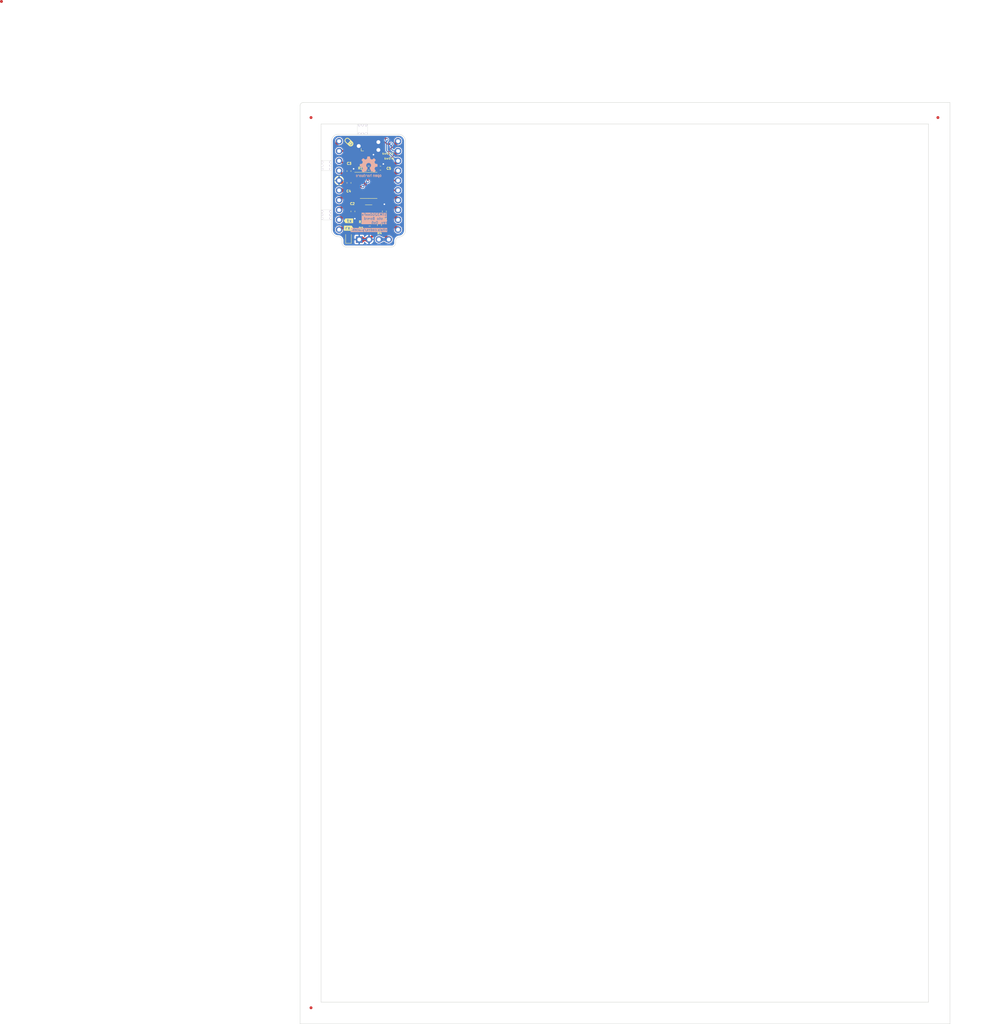
<source format=kicad_pcb>
(kicad_pcb (version 20220621) (generator pcbnew)
  (title_block (title "Placebo") (date "2022-08-06") (rev "0x5") (company "vitaly.codes"))
  (layers (0 "F.Cu" signal) (31 "B.Cu" power) (34 "B.Paste" user) (35 "F.Paste" user) (36 "B.SilkS" user "B.Silkscreen") (37 "F.SilkS" user "F.Silkscreen") (38 "B.Mask" user) (39 "F.Mask" user) (44 "Edge.Cuts" user))
  (net 0 "")
  (footprint "Resistor_SMD:R_0603_1608Metric" (layer "F.Cu") (at 95.169107 58.561441)
    (fp_text reference "R3" (at -2.286 0.0762) (layer "F.SilkS") (effects (font (size 0.6 0.6))))
    (fp_text value "DNP")
    (pad "1" smd roundrect (at -0.825 0) (size 0.8 0.95) (layers "F.Cu" "F.Paste" "F.Mask"))
    (pad "2" smd roundrect (at 0.825 0) (size 0.8 0.95) (layers "F.Cu" "F.Paste" "F.Mask"))
  )
  (footprint "kibuzzard-62FAD1FB" (layer "F.Cu") (at 89.689821 56.67047)
    (fp_text reference "kibuzzard-62FAD1FB" hide)
    (fp_text value "G***" hide)
  )
  (footprint "placebo:Mousebite" (layer "F.Cu") (at 93.331111 32.9438 -90)
    (fp_text reference "REF**" hide)
    (fp_text value "Mousebite")
    (fp_rect (start -1.2319 -1.2954) (end 1.3843 1.3208) (stroke (width 0.05)) (fill none) (layer "Edge.Cuts"))
    (pad "" thru_hole circle (at -0.9906 -0.889 270) (size 0.501 0.501) (drill 0.5) (layers *.Cu *.Mask))
    (pad "" thru_hole circle (at -0.9906 0 270) (size 0.501 0.501) (drill 0.5) (layers *.Cu *.Mask))
    (pad "" thru_hole circle (at -0.9906 0.889 270) (size 0.501 0.501) (drill 0.5) (layers *.Cu *.Mask))
    (pad "" thru_hole circle (at 1.143 -0.889 270) (size 0.501 0.501) (drill 0.5) (layers *.Cu *.Mask))
    (pad "" thru_hole circle (at 1.143 0 270) (size 0.501 0.501) (drill 0.5) (layers *.Cu *.Mask))
    (pad "" thru_hole circle (at 1.143 0.889 270) (size 0.501 0.501) (drill 0.5) (layers *.Cu *.Mask))
  )
  (footprint "LED_SMD:LED_0603_1608Metric" (layer "F.Cu") (at 89.682707 60.999841 90)
    (fp_text reference "D1" hide)
    (fp_text value "DNP")
    (pad "1" smd roundrect (at -0.7875 0 90) (size 0.875 0.95) (layers "F.Cu" "F.Paste" "F.Mask"))
    (pad "2" smd roundrect (at 0.7875 0 90) (size 0.875 0.95) (layers "F.Cu" "F.Paste" "F.Mask"))
  )
  (footprint "Capacitor_SMD:C_0603_1608Metric" (layer "F.Cu") (at 97.937707 43.067441)
    (fp_text reference "C5" (at 2.159 0.0762) (layer "F.SilkS") (effects (font (size 0.6 0.6))))
    (fp_text value "100nF")
    (pad "1" smd roundrect (at -0.775 0) (size 0.9 0.95) (layers "F.Cu" "F.Paste" "F.Mask"))
    (pad "2" smd roundrect (at 0.775 0) (size 0.9 0.95) (layers "F.Cu" "F.Paste" "F.Mask"))
  )
  (footprint "Capacitor_SMD:C_0603_1608Metric" (layer "F.Cu") (at 90.825707 54.243441 -90)
    (fp_text reference "C2" (at -1.9812 0.1524) (layer "F.SilkS") (effects (font (size 0.6 0.6))))
    (fp_text value "1uF")
    (pad "1" smd roundrect (at -0.775 0 270) (size 0.9 0.95) (layers "F.Cu" "F.Paste" "F.Mask"))
    (pad "2" smd roundrect (at 0.775 0 270) (size 0.9 0.95) (layers "F.Cu" "F.Paste" "F.Mask"))
  )
  (footprint "" (layer "F.Cu") (at 0 0)
    (fp_text reference "" (at 0 0) (layer "F.SilkS") (effects (font (size 1.27 1.27))))
    (fp_text value "" (at 0 0) (layer "F.SilkS") (effects (font (size 1.27 1.27))))
    (pad "" smd circle (at 0 0) (size 0.75 0.75) (layers "F.Cu" "F.Mask") (clearance 0.75))
  )
  (footprint "Fiducial:Fiducial_0.75mm_Mask2.25mm" (layer "F.Cu") (at 80 30)
    (fp_text reference "FID1000" hide)
    (fp_text value "Fiducial_0.75mm_Mask2.25mm")
    (pad "" smd circle (at 0 0) (size 0.75 0.75) (layers "F.Cu" "F.Mask") (clearance 0.75))
  )
  (footprint "Package_SO:TSSOP-20_4.4x6.5mm_P0.65mm" (layer "F.Cu") (at 94.889707 47.512441)
    (fp_text reference "U2" hide)
    (fp_text value "STM32G0xxFx")
    (pad "1" smd roundrect locked (at -2.8625 -2.925) (size 1.475 0.4) (layers "F.Cu" "F.Paste" "F.Mask"))
    (pad "2" smd roundrect locked (at -2.8625 -2.275) (size 1.475 0.4) (layers "F.Cu" "F.Paste" "F.Mask"))
    (pad "3" smd roundrect locked (at -2.8625 -1.625) (size 1.475 0.4) (layers "F.Cu" "F.Paste" "F.Mask"))
    (pad "4" smd roundrect locked (at -2.8625 -0.975) (size 1.475 0.4) (layers "F.Cu" "F.Paste" "F.Mask"))
    (pad "5" smd roundrect locked (at -2.8625 -0.325) (size 1.475 0.4) (layers "F.Cu" "F.Paste" "F.Mask"))
    (pad "6" smd roundrect locked (at -2.8625 0.325) (size 1.475 0.4) (layers "F.Cu" "F.Paste" "F.Mask"))
    (pad "7" smd roundrect locked (at -2.8625 0.975) (size 1.475 0.4) (layers "F.Cu" "F.Paste" "F.Mask"))
    (pad "8" smd roundrect locked (at -2.8625 1.625) (size 1.475 0.4) (layers "F.Cu" "F.Paste" "F.Mask"))
    (pad "9" smd roundrect locked (at -2.8625 2.275) (size 1.475 0.4) (layers "F.Cu" "F.Paste" "F.Mask"))
    (pad "10" smd roundrect locked (at -2.8625 2.925) (size 1.475 0.4) (layers "F.Cu" "F.Paste" "F.Mask"))
    (pad "11" smd roundrect locked (at 2.8625 2.925) (size 1.475 0.4) (layers "F.Cu" "F.Paste" "F.Mask"))
    (pad "12" smd roundrect locked (at 2.8625 2.275) (size 1.475 0.4) (layers "F.Cu" "F.Paste" "F.Mask"))
    (pad "13" smd roundrect locked (at 2.8625 1.625) (size 1.475 0.4) (layers "F.Cu" "F.Paste" "F.Mask"))
    (pad "14" smd roundrect locked (at 2.8625 0.975) (size 1.475 0.4) (layers "F.Cu" "F.Paste" "F.Mask"))
    (pad "15" smd roundrect locked (at 2.8625 0.325) (size 1.475 0.4) (layers "F.Cu" "F.Paste" "F.Mask"))
    (pad "16" smd roundrect locked (at 2.8625 -0.325) (size 1.475 0.4) (layers "F.Cu" "F.Paste" "F.Mask"))
    (pad "17" smd roundrect locked (at 2.8625 -0.975) (size 1.475 0.4) (layers "F.Cu" "F.Paste" "F.Mask"))
    (pad "18" smd roundrect locked (at 2.8625 -1.625) (size 1.475 0.4) (layers "F.Cu" "F.Paste" "F.Mask"))
    (pad "19" smd roundrect locked (at 2.8625 -2.275) (size 1.475 0.4) (layers "F.Cu" "F.Paste" "F.Mask"))
    (pad "20" smd roundrect locked (at 2.8625 -2.925) (size 1.475 0.4) (layers "F.Cu" "F.Paste" "F.Mask"))
  )
  (footprint "Resistor_SMD:R_0603_1608Metric" (layer "F.Cu") (at 95.169107 56.910441 180)
    (fp_text reference "R2" (at 2.2352 -0.0762) (layer "F.SilkS") (effects (font (size 0.6 0.6))))
    (fp_text value "DNP")
    (pad "1" smd roundrect (at -0.825 0 180) (size 0.8 0.95) (layers "F.Cu" "F.Paste" "F.Mask"))
    (pad "2" smd roundrect (at 0.825 0 180) (size 0.8 0.95) (layers "F.Cu" "F.Paste" "F.Mask"))
  )
  (footprint "placebo:Mousebite" (layer "F.Cu") (at 84.0232 42.4053 180)
    (fp_text reference "REF**" hide)
    (fp_text value "Mousebite")
    (fp_rect (start -1.2319 -1.2954) (end 1.3843 1.3208) (stroke (width 0.05)) (fill none) (layer "Edge.Cuts"))
    (pad "" thru_hole circle (at -0.9906 -0.889 180) (size 0.501 0.501) (drill 0.5) (layers *.Cu *.Mask))
    (pad "" thru_hole circle (at -0.9906 0 180) (size 0.501 0.501) (drill 0.5) (layers *.Cu *.Mask))
    (pad "" thru_hole circle (at -0.9906 0.889 180) (size 0.501 0.501) (drill 0.5) (layers *.Cu *.Mask))
    (pad "" thru_hole circle (at 1.143 -0.889 180) (size 0.501 0.501) (drill 0.5) (layers *.Cu *.Mask))
    (pad "" thru_hole circle (at 1.143 0 180) (size 0.501 0.501) (drill 0.5) (layers *.Cu *.Mask))
    (pad "" thru_hole circle (at 1.143 0.889 180) (size 0.501 0.501) (drill 0.5) (layers *.Cu *.Mask))
  )
  (footprint "kibuzzard-62FAD239" (layer "F.Cu") (at 89.728914 58.586841)
    (fp_text reference "kibuzzard-62FAD239" hide)
    (fp_text value "G***" hide)
  )
  (footprint "Capacitor_SMD:C_0603_1608Metric" (layer "F.Cu") (at 89.809707 43.829441 90)
    (fp_text reference "C3" (at 1.9558 0.0254) (layer "F.SilkS") (effects (font (size 0.6 0.6))))
    (fp_text value "100nF")
    (pad "1" smd roundrect (at -0.775 0 90) (size 0.9 0.95) (layers "F.Cu" "F.Paste" "F.Mask"))
    (pad "2" smd roundrect (at 0.775 0 90) (size 0.9 0.95) (layers "F.Cu" "F.Paste" "F.Mask"))
  )
  (footprint "Capacitor_SMD:C_0603_1608Metric" (layer "F.Cu") (at 98.953707 54.243441 90)
    (fp_text reference "C1" (at -2.1082 0.2032) (layer "F.SilkS") (effects (font (size 0.6 0.6))))
    (fp_text value "1uF")
    (pad "1" smd roundrect (at -0.775 0 90) (size 0.9 0.95) (layers "F.Cu" "F.Paste" "F.Mask"))
    (pad "2" smd roundrect (at 0.775 0 90) (size 0.9 0.95) (layers "F.Cu" "F.Paste" "F.Mask"))
  )
  (footprint "placebo:PlaceboConnect_Cutout" (layer "F.Cu") (at 95.016707 47.512441)
    (fp_text reference "U3" hide)
    (fp_text value "PlaceboConnect")
    (fp_line (start -9.728132 -11.43) (end -9.728132 11.506049) (stroke (width 0.1)) (layer "Edge.Cuts"))
    (fp_line (start -6.985 14.299986) (end -6.9862 14.83062) (stroke (width 0.1)) (layer "Edge.Cuts"))
    (fp_line (start -5.971468 15.897357) (end 5.763767 15.896675) (stroke (width 0.1)) (layer "Edge.Cuts"))
    (fp_line (start 6.830504 14.3256) (end 6.830504 14.881943) (stroke (width 0.1)) (layer "Edge.Cuts"))
    (fp_line (start 7.643353 -13.160118) (end -8.000932 -13.160118) (stroke (width 0.1)) (layer "Edge.Cuts"))
    (fp_line (start 9.370553 -11.432918) (end 9.37049 11.608457) (stroke (width 0.1)) (layer "Edge.Cuts"))
    (fp_arc (start -9.728132 -11.43) (mid -9.223279 -12.653201) (end -8.000932 -13.160118) (stroke (width 0.1)) (layer "Edge.Cuts"))
    (fp_arc (start -8.001 13.233249) (mid -9.222269 12.727338) (end -9.728132 11.506049) (stroke (width 0.1)) (layer "Edge.Cuts"))
    (fp_arc (start -8.000932 13.233249) (mid -7.264378 13.548916) (end -6.985 14.299986) (stroke (width 0.1)) (layer "Edge.Cuts"))
    (fp_arc (start -5.971468 15.897357) (mid -6.707607 15.581609) (end -6.9862 14.83062) (stroke (width 0.1)) (layer "Edge.Cuts"))
    (fp_arc (start 6.830504 14.3256) (mid 7.101764 13.6573) (end 7.747 13.335) (stroke (width 0.1)) (layer "Edge.Cuts"))
    (fp_arc (start 6.830504 14.881943) (mid 6.514753 15.61808) (end 5.763767 15.896675) (stroke (width 0.1)) (layer "Edge.Cuts"))
    (fp_arc (start 7.643353 -13.160118) (mid 8.864669 -12.654232) (end 9.370553 -11.432918) (stroke (width 0.1)) (layer "Edge.Cuts"))
    (fp_arc (start 9.37049 11.608457) (mid 8.900859 12.793422) (end 7.747 13.335) (stroke (width 0.1)) (layer "Edge.Cuts"))
    (pad "1" thru_hole circle locked (at -7.767 -11.41 180) (size 1.7 1.7) (drill 1) (layers *.Cu *.Mask))
    (pad "2" thru_hole oval locked (at -7.767 -8.87 180) (size 1.7 1.7) (drill 1) (layers *.Cu *.Mask))
    (pad "3" thru_hole oval locked (at -7.767 -6.33 180) (size 1.7 1.7) (drill 1) (layers *.Cu *.Mask))
    (pad "4" thru_hole oval locked (at -7.767 -3.79 180) (size 1.7 1.7) (drill 1) (layers *.Cu *.Mask))
    (pad "5" thru_hole oval locked (at -7.767 -1.25 180) (size 1.7 1.7) (drill 1) (layers *.Cu *.Mask))
    (pad "6" thru_hole oval locked (at -7.767 1.29 180) (size 1.7 1.7) (drill 1) (layers *.Cu *.Mask))
    (pad "7" thru_hole oval locked (at -7.767 3.83 180) (size 1.7 1.7) (drill 1) (layers *.Cu *.Mask))
    (pad "8" thru_hole oval locked (at -7.767 6.37 180) (size 1.7 1.7) (drill 1) (layers *.Cu *.Mask))
    (pad "9" thru_hole oval locked (at -7.767 8.91 180) (size 1.7 1.7) (drill 1) (layers *.Cu *.Mask))
    (pad "10" thru_hole oval locked (at -7.767 11.45 180) (size 1.7 1.7) (drill 1) (layers *.Cu *.Mask))
    (pad "11" thru_hole circle locked (at 7.473 11.45) (size 1.7 1.7) (drill 1) (layers *.Cu *.Mask))
    (pad "12" thru_hole oval locked (at 7.473 8.91) (size 1.7 1.7) (drill 1) (layers *.Cu *.Mask))
    (pad "13" thru_hole oval locked (at 7.473 6.37) (size 1.7 1.7) (drill 1) (layers *.Cu *.Mask))
    (pad "14" thru_hole oval locked (at 7.473 3.83) (size 1.7 1.7) (drill 1) (layers *.Cu *.Mask))
    (pad "15" thru_hole oval locked (at 7.473 1.29) (size 1.7 1.7) (drill 1) (layers *.Cu *.Mask))
    (pad "16" thru_hole oval locked (at 7.473 -1.25) (size 1.7 1.7) (drill 1) (layers *.Cu *.Mask))
    (pad "17" thru_hole oval locked (at 7.473 -3.79) (size 1.7 1.7) (drill 1) (layers *.Cu *.Mask))
    (pad "18" thru_hole oval locked (at 7.473 -6.33) (size 1.7 1.7) (drill 1) (layers *.Cu *.Mask))
    (pad "19" thru_hole oval locked (at 7.473 -8.87) (size 1.7 1.7) (drill 1) (layers *.Cu *.Mask))
    (pad "20" thru_hole oval locked (at 7.473 -11.41) (size 1.7 1.7) (drill 1) (layers *.Cu *.Mask))
    (pad "21" thru_hole rect locked (at -2.56 13.99 90) (size 1.7 1.7) (drill 1) (layers *.Cu *.Mask))
    (pad "22" thru_hole oval locked (at -0.02 13.99 90) (size 1.7 1.7) (drill 1) (layers *.Cu *.Mask))
    (pad "23" thru_hole oval locked (at 2.52 13.99 90) (size 1.7 1.7) (drill 1) (layers *.Cu *.Mask))
    (pad "24" thru_hole oval locked (at 5.06 13.99 90) (size 1.7 1.7) (drill 1) (layers *.Cu *.Mask))
  )
  (footprint "placebo:Tag-Connect_TC2030-IDC-NL_2x03_P1.27mm_Vertical" (layer "F.Cu") (at 94.864307 37.352441)
    (fp_text reference "J2" hide)
    (fp_text value "TagConnect")
    (pad "" np_thru_hole circle locked (at -2.54 0) (size 0.9906 0.9906) (drill 0.9906) (layers *.Cu *.Mask))
    (pad "" np_thru_hole circle locked (at 2.54 -1.016) (size 0.9906 0.9906) (drill 0.9906) (layers *.Cu *.Mask))
    (pad "" np_thru_hole circle locked (at 2.54 1.016) (size 0.9906 0.9906) (drill 0.9906) (layers *.Cu *.Mask))
    (pad "1" connect circle locked (at -1.27 0.635) (size 0.7874 0.7874) (layers "F.Cu" "F.Mask"))
    (pad "2" connect circle locked (at -1.27 -0.635) (size 0.7874 0.7874) (layers "F.Cu" "F.Mask"))
    (pad "3" connect circle locked (at 0 0.635) (size 0.7874 0.7874) (layers "F.Cu" "F.Mask"))
    (pad "4" connect circle locked (at 0 -0.635) (size 0.7874 0.7874) (layers "F.Cu" "F.Mask"))
    (pad "5" connect circle locked (at 1.27 0.635) (size 0.7874 0.7874) (layers "F.Cu" "F.Mask"))
    (pad "6" connect circle locked (at 1.27 -0.635) (size 0.7874 0.7874) (layers "F.Cu" "F.Mask"))
  )
  (footprint "LOGO" (layer "F.Cu") (at 89.809707 36.336441 8)
    (fp_text reference "LOGO1" hide)
    (fp_text value "LOGO" hide)
  )
  (footprint "Fiducial:Fiducial_0.5mm_Mask1.5mm" (layer "F.Cu") (at 96.413707 41.162441)
    (fp_text reference "FID1" hide)
    (fp_text value "Fiducial")
    (pad "" smd circle (at 0 0) (size 0.5 0.5) (layers "F.Cu" "F.Mask") (clearance 0.5))
  )
  (footprint "Package_TO_SOT_SMD:TSOT-23-5_HandSoldering" (layer "F.Cu") (at 94.889707 54.116441 180)
    (fp_text reference "U1" hide)
    (fp_text value "AP7370-33W5-7")
    (pad "1" smd rect locked (at -1.71 -0.95 180) (size 2 0.65) (layers "F.Cu" "F.Paste" "F.Mask"))
    (pad "2" smd rect locked (at -1.71 0 180) (size 2 0.65) (layers "F.Cu" "F.Paste" "F.Mask"))
    (pad "3" smd rect locked (at -1.71 0.95 180) (size 2 0.65) (layers "F.Cu" "F.Paste" "F.Mask"))
    (pad "4" smd rect locked (at 1.71 0.95 180) (size 2 0.65) (layers "F.Cu" "F.Paste" "F.Mask"))
    (pad "5" smd rect locked (at 1.71 -0.95 180) (size 2 0.65) (layers "F.Cu" "F.Paste" "F.Mask"))
  )
  (footprint "Resistor_SMD:R_0603_1608Metric" (layer "F.Cu") (at 97.683707 57.723241 90)
    (fp_text reference "R4" (at -2.1336 0.0254) (layer "F.SilkS") (effects (font (size 0.6 0.6) (thickness 0.15) bold)))
    (fp_text value "DNP")
    (pad "1" smd roundrect (at -0.825 0 90) (size 0.8 0.95) (layers "F.Cu" "F.Paste" "F.Mask"))
    (pad "2" smd roundrect (at 0.825 0 90) (size 0.8 0.95) (layers "F.Cu" "F.Paste" "F.Mask"))
  )
  (footprint "Fiducial:Fiducial_0.75mm_Mask2.25mm" (layer "F.Cu") (at 242 30)
    (fp_text reference "REF**" hide)
    (fp_text value "Fiducial_0.75mm_Mask2.25mm")
    (pad "" smd circle (at 0 0) (size 0.75 0.75) (layers "F.Cu" "F.Mask") (clearance 0.75))
  )
  (footprint "Capacitor_SMD:C_0603_1608Metric" (layer "F.Cu") (at 89.809707 46.877441 -90)
    (fp_text reference "C4" (at 2.1336 0.0762) (layer "F.SilkS") (effects (font (size 0.6 0.6))))
    (fp_text value "10uF")
    (pad "1" smd roundrect (at -0.775 0 270) (size 0.9 0.95) (layers "F.Cu" "F.Paste" "F.Mask"))
    (pad "2" smd roundrect (at 0.775 0 270) (size 0.9 0.95) (layers "F.Cu" "F.Paste" "F.Mask"))
  )
  (footprint "Resistor_SMD:R_0603_1608Metric" (layer "F.Cu") (at 94.889707 43.067441 180)
    (fp_text reference "R1" (at 2.159 -0.0508) (layer "F.SilkS") (effects (font (size 0.6 0.6))))
    (fp_text value "10K")
    (pad "1" smd roundrect (at -0.825 0 180) (size 0.8 0.95) (layers "F.Cu" "F.Paste" "F.Mask"))
    (pad "2" smd roundrect (at 0.825 0 180) (size 0.8 0.95) (layers "F.Cu" "F.Paste" "F.Mask"))
  )
  (footprint "placebo:Mousebite" (layer "F.Cu") (at 84.0232 55.1434 180)
    (fp_text reference "REF**" hide)
    (fp_text value "Mousebite")
    (fp_rect (start -1.2319 -1.2954) (end 1.3843 1.3208) (stroke (width 0.05)) (fill none) (layer "Edge.Cuts"))
    (pad "" thru_hole circle (at -0.9906 -0.889 180) (size 0.501 0.501) (drill 0.5) (layers *.Cu *.Mask))
    (pad "" thru_hole circle (at -0.9906 0 180) (size 0.501 0.501) (drill 0.5) (layers *.Cu *.Mask))
    (pad "" thru_hole circle (at -0.9906 0.889 180) (size 0.501 0.501) (drill 0.5) (layers *.Cu *.Mask))
    (pad "" thru_hole circle (at 1.143 -0.889 180) (size 0.501 0.501) (drill 0.5) (layers *.Cu *.Mask))
    (pad "" thru_hole circle (at 1.143 0 180) (size 0.501 0.501) (drill 0.5) (layers *.Cu *.Mask))
    (pad "" thru_hole circle (at 1.143 0.889 180) (size 0.501 0.501) (drill 0.5) (layers *.Cu *.Mask))
  )
  (footprint "Fiducial:Fiducial_0.75mm_Mask2.25mm" (layer "F.Cu") (at 80 260)
    (fp_text reference "REF**" hide)
    (fp_text value "Fiducial_0.75mm_Mask2.25mm")
    (pad "" smd circle (at 0 0) (size 0.75 0.75) (layers "F.Cu" "F.Mask") (clearance 0.75))
  )
  (footprint "Symbol:OSHW-Logo2_7.3x6mm_SilkScreen" (layer "B.Cu") (at 94.889707 42.813441 180)
    (fp_text reference "REF**" hide)
    (fp_text value "OSHW-Logo2_7.3x6mm_SilkScreen" hide)
  )
  (gr_circle (center 87.244307 46.267841) (end 88.396023 46.267841) (stroke (width 0.1)) (fill none) (layer "F.SilkS"))
  (gr_line (start 77.1652 264.16) (end 77.1652 26.924) (stroke (width 0.1)) (layer "Edge.Cuts"))
  (gr_line (start 82.6008 31.6484) (end 239.5474 31.6484) (stroke (width 0.1)) (layer "Edge.Cuts"))
  (gr_line (start 245.11 26.1112) (end 245.11 264.16) (stroke (width 0.1)) (layer "Edge.Cuts"))
  (gr_line (start 245.11 264.16) (end 77.1652 264.16) (stroke (width 0.1)) (layer "Edge.Cuts"))
  (gr_line (start 77.978 26.1112) (end 245.11 26.1112) (stroke (width 0.1)) (layer "Edge.Cuts"))
  (gr_line (start 239.5474 31.6484) (end 239.5474 258.5466) (stroke (width 0.1)) (layer "Edge.Cuts"))
  (gr_line (start 82.6008 258.5466) (end 82.6008 31.6484) (stroke (width 0.1)) (layer "Edge.Cuts"))
  (gr_line (start 239.5474 258.5466) (end 82.6008 258.5466) (stroke (width 0.1)) (layer "Edge.Cuts"))
  (gr_arc (start 77.1652 26.924) (mid 77.403264 26.349264) (end 77.978 26.1112) (stroke (width 0.1)) (layer "Edge.Cuts"))
  (gr_text "vitaly.codes/placebo" (at 94.940507 58.993241) (layer "B.SilkS" knockout) (effects (font (size 0.6 0.6) (thickness 0.1)) (justify mirror)))
  (gr_text "STM32G0xxFx \nProto Board\nrev. 0x6" (at 99.664907 56.097641) (layer "B.SilkS" knockout) (effects (font (size 0.65 0.65) (thickness 0.1)) (justify left mirror)))
  (gr_text "swdio\n" (at 100.147507 40.527441) (layer "F.SilkS") (effects (font (size 0.6 0.6) (thickness 0.1))))
  (gr_text "swdclk\n" (at 99.868107 39.257441) (layer "F.SilkS") (effects (font (size 0.6 0.6) (thickness 0.1))))
  (segment (start 101.09326 44.102888) (end 99.455153 45.740995) (width 0.25) (layer "F.Cu") (net 0))
  (segment (start 89.424065 39.278199) (end 93.041461 42.895595) (width 0.25) (layer "F.Cu") (net 0))
  (segment (start 99.1166 49.787441) (end 97.752207 49.787441) (width 0.25) (layer "F.Cu") (net 0))
  (segment (start 99.104154 44.440994) (end 99.950261 43.594887) (width 0.25) (layer "F.Cu") (net 0))
  (segment (start 93.596621 37.989755) (end 93.594307 37.987441) (width 0.25) (layer "F.Cu") (net 0))
  (segment (start 94.104371 50.939377) (end 93.592243 51.451505) (width 0.5) (layer "F.Cu") (net 0))
  (segment (start 89.857153 48.782441) (end 87.269707 48.782441) (width 0.25) (layer "F.Cu") (net 0))
  (segment (start 102.509707 53.852441) (end 101.132153 52.474887) (width 0.25) (layer "F.Cu") (net 0))
  (segment (start 94.866621 37.989755) (end 94.864307 37.987441) (width 0.25) (layer "F.Cu") (net 0))
  (segment (start 101.239707 42.629548) (end 101.239707 43.749334) (width 0.25) (layer "F.Cu") (net 0))
  (segment (start 99.5946 48.487441) (end 97.752207 48.487441) (width 0.25) (layer "F.Cu") (net 0))
  (segment (start 91.308307 55.501041) (end 90.825707 55.018441) (width 0.5) (layer "F.Cu") (net 0))
  (segment (start 87.249707 53.882441) (end 88.287771 52.844377) (width 0.25) (layer "F.Cu") (net 0))
  (segment (start 87.4436 46.242441) (end 87.269707 46.242441) (width 0.5) (layer "F.Cu") (net 0))
  (segment (start 99.129443 60.555177) (end 100.076707 61.502441) (width 0.5) (layer "F.Cu") (net 0))
  (segment (start 92.732871 58.737177) (end 89.682707 61.787341) (width 0.25) (layer "F.Cu") (net 0))
  (segment (start 90.812707 43.054441) (end 91.003507 43.245241) (width 0.5) (layer "F.Cu") (net 0))
  (segment (start 88.639243 51.603905) (end 90.929971 49.313177) (width 0.25) (layer "F.Cu") (net 0))
  (segment (start 92.070307 56.424369) (end 92.070307 57.576213) (width 0.25) (layer "F.Cu") (net 0))
  (segment (start 90.431707 47.652441) (end 89.809707 47.652441) (width 0.4) (layer "F.Cu") (net 0))
  (segment (start 88.463507 52.420113) (end 88.463507 52.028169) (width 0.25) (layer "F.Cu") (net 0))
  (segment (start 98.694707 41.995441) (end 98.712707 42.013441) (width 0.25) (layer "F.Cu") (net 0))
  (segment (start 95.714707 43.067441) (end 95.071646 42.42438) (width 0.25) (layer "F.Cu") (net 0))
  (segment (start 102.509707 58.932441) (end 100.047633 56.470367) (width 0.25) (layer "F.Cu") (net 0))
  (segment (start 87.249707 43.722441) (end 87.955971 44.428705) (width 0.5) (layer "F.Cu") (net 0))
  (segment (start 88.488907 43.022135) (end 88.488907 42.249169) (width 0.25) (layer "F.Cu") (net 0))
  (segment (start 89.424065 39.264804) (end 89.424065 39.278199) (width 0.25) (layer "F.Cu") (net 0))
  (segment (start 93.354407 47.842641) (end 92.032407 47.842641) (width 0.25) (layer "F.Cu") (net 0))
  (segment (start 87.269707 58.942441) (end 87.752307 58.942441) (width 0.25) (layer "F.Cu") (net 0))
  (segment (start 94.830794 35.049154) (end 93.804427 36.075521) (width 0.25) (layer "F.Cu") (net 0))
  (segment (start 98.953707 55.018441) (end 98.905707 55.066441) (width 0.25) (layer "F.Cu") (net 0))
  (segment (start 94.836843 45.253905) (end 95.538971 44.551777) (width 0.25) (layer "F.Cu") (net 0))
  (segment (start 94.280107 47.684769) (end 94.280107 50.515113) (width 0.5) (layer "F.Cu") (net 0))
  (segment (start 90.55226 44.093918) (end 90.433788 43.975446) (width 0.25) (layer "F.Cu") (net 0))
  (segment (start 89.174707 54.248913) (end 89.174707 52.167869) (width 0.25) (layer "F.Cu") (net 0))
  (segment (start 91.308307 56.123041) (end 91.308307 55.501041) (width 0.5) (layer "F.Cu") (net 0))
  (segment (start 93.100707 45.237441) (end 92.027207 45.237441) (width 0.25) (layer "F.Cu") (net 0))
  (segment (start 100.985707 52.121334) (end 100.985707 50.831048) (width 0.25) (layer "F.Cu") (net 0))
  (segment (start 89.835107 56.611113) (end 89.835107 52.586969) (width 0.25) (layer "F.Cu") (net 0))
  (segment (start 100.477707 54.153334) (end 100.477707 51.148548) (width 0.25) (layer "F.Cu") (net 0))
  (segment (start 97.752207 44.587441) (end 98.7506 44.587441) (width 0.25) (layer "F.Cu") (net 0))
  (segment (start 93.888971 46.029777) (end 93.381307 46.537441) (width 0.25) (layer "F.Cu") (net 0))
  (segment (start 92.027207 44.587441) (end 92.027207 43.285048) (width 0.25) (layer "F.Cu") (net 0))
  (segment (start 93.596621 42.309406) (end 93.596621 37.989755) (width 0.25) (layer "F.Cu") (net 0))
  (segment (start 97.162707 43.067441) (end 95.714707 43.067441) (width 0.25) (layer "F.Cu") (net 0))
  (segment (start 98.8626 45.237441) (end 97.752207 45.237441) (width 0.25) (layer "F.Cu") (net 0))
  (segment (start 95.903354 58.652194) (end 95.994107 58.561441) (width 0.5) (layer "F.Cu") (net 0))
  (segment (start 93.381307 46.537441) (end 94.104371 47.260505) (width 0.5) (layer "F.Cu") (net 0))
  (segment (start 100.706307 36.844441) (end 100.318397 36.844441) (width 0.25) (layer "F.Cu") (net 0))
  (segment (start 98.712707 42.013441) (end 98.712707 43.067441) (width 0.5) (layer "F.Cu") (net 0))
  (segment (start 88.313171 41.824905) (end 87.797153 41.308887) (width 0.25) (layer "F.Cu") (net 0))
  (segment (start 93.187907 43.249148) (end 93.187907 45.150241) (width 0.25) (layer "F.Cu") (net 0))
  (segment (start 89.350443 51.743605) (end 91.160161 49.933887) (width 0.25) (layer "F.Cu") (net 0))
  (segment (start 90.825707 52.891769) (end 90.825707 53.468441) (width 0.5) (layer "F.Cu") (net 0))
  (segment (start 102.509707 41.152441) (end 101.386153 42.275995) (width 0.25) (layer "F.Cu") (net 0))
  (segment (start 88.491753 38.622441) (end 87.269707 38.622441) (width 0.25) (layer "F.Cu") (net 0))
  (segment (start 87.752307 58.942441) (end 89.659371 57.035377) (width 0.25) (layer "F.Cu") (net 0))
  (segment (start 95.118307 53.602969) (end 95.118307 55.742041) (width 0.25) (layer "F.Cu") (net 0))
  (segment (start 93.167979 51.627241) (end 92.090235 51.627241) (width 0.5) (layer "F.Cu") (net 0))
  (segment (start 93.179707 55.066441) (end 93.179707 54.813969) (width 0.5) (layer "F.Cu") (net 0))
  (segment (start 100.292643 48.013177) (end 100.906171 48.626705) (width 0.25) (layer "F.Cu") (net 0))
  (segment (start 89.809707 44.604441) (end 88.380235 44.604441) (width 0.5) (layer "F.Cu") (net 0))
  (segment (start 90.862813 47.983888) (end 90.210706 48.635995) (width 0.25) (layer "F.Cu") (net 0))
  (segment (start 97.683707 58.548241) (end 98.353707 58.548241) (width 0.25) (layer "F.Cu") (net 0))
  (segment (start 99.979707 61.482441) (end 97.444707 61.482441) (width 0.5) (layer "F.Cu") (net 0))
  (segment (start 97.774758 35.320441) (end 96.119456 35.320441) (width 0.25) (layer "F.Cu") (net 0))
  (segment (start 99.1016 45.887441) (end 97.752207 45.887441) (width 0.25) (layer "F.Cu") (net 0))
  (segment (start 99.4576 46.537441) (end 97.752207 46.537441) (width 0.25) (layer "F.Cu") (net 0))
  (segment (start 100.663187 40.666068) (end 100.663187 43.436854) (width 0.25) (layer "F.Cu") (net 0))
  (segment (start 85.872707 39.094492) (end 85.872707 37.76939) (width 0.25) (layer "F.Cu") (net 0))
  (segment (start 100.343443 47.011705) (end 100.916971 46.438177) (width 0.25) (layer "F.Cu") (net 0))
  (segment (start 99.2921 49.137441) (end 97.752207 49.137441) (width 0.25) (layer "F.Cu") (net 0))
  (segment (start 87.269707 56.402441) (end 88.998971 54.673177) (width 0.25) (layer "F.Cu") (net 0))
  (segment (start 95.811335 56.910441) (end 95.994107 56.910441) (width 0.25) (layer "F.Cu") (net 0))
  (segment (start 100.83926 50.477494) (end 99.645653 49.283887) (width 0.25) (layer "F.Cu") (net 0))
  (segment (start 88.549834 39.892441) (end 86.670656 39.892441) (width 0.25) (layer "F.Cu") (net 0))
  (segment (start 93.003971 54.389705) (end 92.931843 54.317577) (width 0.5) (layer "F.Cu") (net 0))
  (segment (start 93.794345 36.085812) (end 93.788273 36.092139) (width 0.25) (layer "F.Cu") (net 0))
  (segment (start 92.027207 47.837441) (end 91.216367 47.837441) (width 0.25) (layer "F.Cu") (net 0))
  (segment (start 98.953707 53.468441) (end 98.452153 53.969995) (width 0.5) (layer "F.Cu") (net 0))
  (segment (start 90.080235 43.829) (end 89.203573 43.829) (width 0.25) (layer "F.Cu") (net 0))
  (segment (start 94.996707 61.502441) (end 95.729971 60.769177) (width 0.5) (layer "F.Cu") (net 0))
  (segment (start 90.95926 45.740994) (end 90.845153 45.626887) (width 0.25) (layer "F.Cu") (net 0))
  (segment (start 91.894571 58.000477) (end 89.682707 60.212341) (width 0.25) (layer "F.Cu") (net 0))
  (segment (start 91.513714 49.787441) (end 92.027207 49.787441) (width 0.25) (layer "F.Cu") (net 0))
  (segment (start 100.096707 43.241334) (end 100.096707 38.81079) (width 0.25) (layer "F.Cu") (net 0))
  (segment (start 94.064707 43.067441) (end 94.064707 45.605513) (width 0.25) (layer "F.Cu") (net 0))
  (segment (start 91.354235 49.137441) (end 92.027207 49.137441) (width 0.25) (layer "F.Cu") (net 0))
  (segment (start 94.572707 58.561441) (end 93.157135 58.561441) (width 0.25) (layer "F.Cu") (net 0))
  (segment (start 95.306307 53.166441) (end 95.294043 53.178705) (width 0.25) (layer "F.Cu") (net 0))
  (segment (start 102.509707 56.392441) (end 100.624153 54.506887) (width 0.25) (layer "F.Cu") (net 0))
  (segment (start 91.878836 42.931494) (end 89.044808 40.097466) (width 0.25) (layer "F.Cu") (net 0))
  (segment (start 92.456707 61.502441) (end 94.996707 61.502441) (width 0.5) (layer "F.Cu") (net 0))
  (segment (start 90.010843 52.162705) (end 91.589661 50.583887) (width 0.25) (layer "F.Cu") (net 0))
  (segment (start 92.507579 54.141841) (end 91.747635 54.141841) (width 0.5) (layer "F.Cu") (net 0))
  (segment (start 102.509707 43.692441) (end 99.811153 46.390995) (width 0.25) (layer "F.Cu") (net 0))
  (segment (start 93.179707 55.066441) (end 92.246043 56.000105) (width 0.25) (layer "F.Cu") (net 0))
  (segment (start 89.011341 43.793097) (end 88.664643 43.446399) (width 0.25) (layer "F.Cu") (net 0))
  (segment (start 94.864307 36.57559) (end 94.864307 36.717441) (width 0.25) (layer "F.Cu") (net 0))
  (segment (start 92.027207 46.537441) (end 93.381307 46.537441) (width 0.5) (layer "F.Cu") (net 0))
  (segment (start 92.027207 48.487441) (end 91.202085 48.487441) (width 0.25) (layer "F.Cu") (net 0))
  (segment (start 94.866621 41.929406) (end 94.866621 37.989755) (width 0.25) (layer "F.Cu") (net 0))
  (segment (start 96.861295 56.075829) (end 97.683707 56.898241) (width 0.25) (layer "F.Cu") (net 0))
  (segment (start 99.387653 36.643387) (end 98.269732 35.525466) (width 0.25) (layer "F.Cu") (net 0))
  (segment (start 99.588707 35.701441) (end 99.542462 35.701441) (width 0.25) (layer "F.Cu") (net 0))
  (segment (start 91.943214 50.437441) (end 92.027207 50.437441) (width 0.25) (layer "F.Cu") (net 0))
  (segment (start 98.9411 50.437441) (end 97.752207 50.437441) (width 0.25) (layer "F.Cu") (net 0))
  (segment (start 98.953707 52.395441) (end 98.953707 53.468441) (width 0.5) (layer "F.Cu") (net 0))
  (segment (start 98.953707 55.018441) (end 98.953707 60.130913) (width 0.5) (layer "F.Cu") (net 0))
  (segment (start 97.752207 47.187441) (end 99.919179 47.187441) (width 0.25) (layer "F.Cu") (net 0))
  (segment (start 86.175681 39.687415) (end 86.077732 39.589466) (width 0.25) (layer "F.Cu") (net 0))
  (segment (start 95.118307 55.742041) (end 95.276359 55.900093) (width 0.25) (layer "F.Cu") (net 0))
  (segment (start 99.75474 51.043974) (end 99.294653 50.583887) (width 0.25) (layer "F.Cu") (net 0))
  (segment (start 99.542462 35.701441) (end 98.842496 35.001475) (width 0.25) (layer "F.Cu") (net 0))
  (segment (start 90.848532 48.633887) (end 89.605714 49.876705) (width 0.25) (layer "F.Cu") (net 0))
  (segment (start 91.665971 51.802977) (end 91.001443 52.467505) (width 0.5) (layer "F.Cu") (net 0))
  (segment (start 98.905707 55.066441) (end 96.599707 55.066441) (width 0.5) (layer "F.Cu") (net 0))
  (segment (start 100.301733 38.315815) (end 102.509707 36.107841) (width 0.25) (layer "F.Cu") (net 0))
  (segment (start 90.896707 47.187441) (end 90.431707 47.652441) (width 0.4) (layer "F.Cu") (net 0))
  (segment (start 95.624481 35.525467) (end 95.069332 36.080616) (width 0.25) (layer "F.Cu") (net 0))
  (segment (start 100.314425 36.848413) (end 99.882628 36.848413) (width 0.25) (layer "F.Cu") (net 0))
  (segment (start 102.509707 51.195441) (end 99.948153 48.633887) (width 0.25) (layer "F.Cu") (net 0))
  (segment (start 92.027207 47.187441) (end 90.896707 47.187441) (width 0.4) (layer "F.Cu") (net 0))
  (segment (start 93.179707 55.066441) (end 93.179707 54.886641) (width 0.5) (layer "F.Cu") (net 0))
  (segment (start 99.901187 56.116814) (end 99.901187 51.397528) (width 0.25) (layer "F.Cu") (net 0))
  (segment (start 94.330907 56.948541) (end 94.330907 58.548241) (width 0.25) (layer "F.Cu") (net 0))
  (segment (start 90.493235 46.537441) (end 92.027207 46.537441) (width 0.5) (layer "F.Cu") (net 0))
  (segment (start 86.077733 37.274415) (end 87.269707 36.082441) (width 0.25) (layer "F.Cu") (net 0))
  (segment (start 95.714707 44.127513) (end 95.714707 43.067441) (width 0.25) (layer "F.Cu") (net 0))
  (segment (start 102.509707 51.312441) (end 102.509707 51.195441) (width 0.25) (layer "F.Cu") (net 0))
  (segment (start 94.610307 52.378297) (end 94.610307 55.709413) (width 0.25) (layer "F.Cu") (net 0))
  (segment (start 90.698707 45.273334) (end 90.698707 44.447472) (width 0.25) (layer "F.Cu") (net 0))
  (segment (start 100.318397 36.844441) (end 100.314425 36.848413) (width 0.25) (layer "F.Cu") (net 0))
  (segment (start 101.330435 48.802441) (end 102.489707 48.802441) (width 0.25) (layer "F.Cu") (net 0))
  (segment (start 89.809707 44.604441) (end 89.809707 46.102441) (width 0.5) (layer "F.Cu") (net 0))
  (segment (start 98.397155 34.844128) (end 95.325769 34.844128) (width 0.25) (layer "F.Cu") (net 0))
  (segment (start 91.323371 53.966105) (end 90.825707 53.468441) (width 0.5) (layer "F.Cu") (net 0))
  (segment (start 93.648835 36.308376) (end 93.645169 36.317226) (width 0.25) (layer "F.Cu") (net 0))
  (segment (start 100.33126 50.794994) (end 99.470153 49.933887) (width 0.25) (layer "F.Cu") (net 0))
  (segment (start 95.903354 60.423596) (end 95.903354 58.652194) (width 0.5) (layer "F.Cu") (net 0))
  (segment (start 94.864307 36.57559) (end 94.864307 36.717441) (width 0.25) (layer "F.Cu") (net 0))
  (segment (start 88.91426 47.505994) (end 87.797153 46.388887) (width 0.5) (layer "F.Cu") (net 0))
  (segment (start 96.599707 53.166441) (end 95.306307 53.166441) (width 0.25) (layer "F.Cu") (net 0))
  (segment (start 96.68954 44.818136) (end 96.68954 50.050536) (width 0.25) (layer "F.Cu") (net 0))
  (segment (start 93.187907 45.150241) (end 93.100707 45.237441) (width 0.25) (layer "F.Cu") (net 0))
  (segment (start 94.064707 43.067441) (end 93.801646 42.80438) (width 0.25) (layer "F.Cu") (net 0))
  (segment (start 96.920235 44.587441) (end 96.68954 44.818136) (width 0.25) (layer "F.Cu") (net 0))
  (segment (start 95.276359 55.900093) (end 96.437031 55.900093) (width 0.25) (layer "F.Cu") (net 0))
  (segment (start 98.0986 54.116441) (end 96.599707 54.116441) (width 0.5) (layer "F.Cu") (net 0))
  (segment (start 89.809707 47.652441) (end 89.267814 47.652441) (width 0.5) (layer "F.Cu") (net 0))
  (segment (start 93.722318 36.174211) (end 93.713527 36.187365) (width 0.25) (layer "F.Cu") (net 0))
  (segment (start 92.032407 47.842641) (end 92.027207 47.837441) (width 0.25) (layer "F.Cu") (net 0))
  (segment (start 88.363971 50.228177) (end 87.249707 51.342441) (width 0.25) (layer "F.Cu") (net 0))
  (segment (start 91.88076 42.931494) (end 91.878836 42.931494) (width 0.25) (layer "F.Cu") (net 0))
  (segment (start 93.61102 36.429775) (end 93.606042 36.454792) (width 0.25) (layer "F.Cu") (net 0))
  (segment (start 98.953707 57.948241) (end 98.953707 55.018441) (width 0.25) (layer "F.Cu") (net 0))
  (segment (start 89.809707 43.054441) (end 90.812707 43.054441) (width 0.5) (layer "F.Cu") (net 0))
  (segment (start 92.027207 45.887441) (end 91.312814 45.887441) (width 0.25) (layer "F.Cu") (net 0))
  (segment (start 94.786043 56.133677) (end 95.387071 56.734705) (width 0.25) (layer "F.Cu") (net 0))
  (segment (start 89.424065 39.264804) (end 88.986727 38.827466) (width 0.25) (layer "F.Cu") (net 0))
  (segment (start 94.661107 46.547241) (end 94.661107 45.678169) (width 0.25) (layer "F.Cu") (net 0))
  (segment (start 102.509707 38.612441) (end 100.809633 40.312515) (width 0.25) (layer "F.Cu") (net 0))
  (segment (start 93.594626 36.559784) (end 93.59445 36.568527) (width 0.25) (layer "F.Cu") (net 0))
  (segment (start 87.4436 41.162441) (end 87.269707 41.162441) (width 0.25) (layer "F.Cu") (net 0))
  (segment (start 96.134307 37.987441) (end 96.134307 39.587641) (width 0.5) (layer "F.Cu") (net 0))
  (segment (start 96.68954 50.050536) (end 94.786043 51.954033) (width 0.25) (layer "F.Cu") (net 0))
  (segment (start 93.594307 36.582655) (end 93.594307 36.717441) (width 0.25) (layer "F.Cu") (net 0))
  (segment (start 97.752207 47.837441) (end 99.868379 47.837441) (width 0.25) (layer "F.Cu") (net 0))
  (segment (start 101.341235 46.262441) (end 102.489707 46.262441) (width 0.25) (layer "F.Cu") (net 0))
  (segment (start 100.51674 43.790408) (end 99.216153 45.090995) (width 0.25) (layer "F.Cu") (net 0))
  (segment (start 89.18145 50.052441) (end 88.788235 50.052441) (width 0.25) (layer "F.Cu") (net 0))
  (segment (start 97.752207 44.587441) (end 96.920235 44.587441) (width 0.25) (layer "F.Cu") (net 0))
  (segment (start 94.330907 58.548241) (end 94.344107 58.561441) (width 0.25) (layer "F.Cu") (net 0))
  (via (at 98.694707 41.995441) (size 0.8) (drill 0.4) (layers "F.Cu" "B.Cu") (net 0))
  (via (at 91.308307 56.123041) (size 0.8) (drill 0.4) (layers "F.Cu" "B.Cu") (net 0))
  (via (at 100.706307 36.844441) (size 0.8) (drill 0.4) (layers "F.Cu" "B.Cu") (net 0))
  (via (at 98.953707 52.395441) (size 0.8) (drill 0.4) (layers "F.Cu" "B.Cu") (net 0))
  (via (at 93.354407 47.842641) (size 0.8) (drill 0.4) (layers "F.Cu" "B.Cu") (net 0))
  (via (at 96.134307 39.587641) (size 0.8) (drill 0.4) (layers "F.Cu" "B.Cu") (net 0))
  (via (at 91.003507 43.245241) (size 0.8) (drill 0.4) (layers "F.Cu" "B.Cu") (net 0))
  (via (at 94.661107 46.547241) (size 0.8) (drill 0.4) (layers "F.Cu" "B.Cu") (net 0))
  (via (at 99.588707 35.701441) (size 0.8) (drill 0.4) (layers "F.Cu" "B.Cu") (net 0))
  (arc (start 92.732871 58.737177) (mid 92.927525 58.607113) (end 93.157135 58.561441) (width 0.25) (layer "F.Cu") (net 0))
  (arc (start 99.75474 51.043974) (mid 99.863127 51.206186) (end 99.901187 51.397528) (width 0.25) (layer "F.Cu") (net 0))
  (arc (start 89.605714 49.876705) (mid 89.41106 50.006769) (end 89.18145 50.052441) (width 0.25) (layer "F.Cu") (net 0))
  (arc (start 93.59445 36.568527) (mid 93.594343 36.575591) (end 93.594307 36.582655) (width 0.25) (layer "F.Cu") (net 0))
  (arc (start 94.661107 45.678169) (mid 94.706779 45.448559) (end 94.836843 45.253905) (width 0.25) (layer "F.Cu") (net 0))
  (arc (start 94.610307 52.378297) (mid 94.655979 52.148687) (end 94.786043 51.954033) (width 0.25) (layer "F.Cu") (net 0))
  (arc (start 90.698707 44.447472) (mid 90.660647 44.25613) (end 90.55226 44.093918) (width 0.25) (layer "F.Cu") (net 0))
  (arc (start 90.845153 45.626887) (mid 90.736767 45.464675) (end 90.698707 45.273334) (width 0.25) (layer "F.Cu") (net 0))
  (arc (start 99.455153 45.740995) (mid 99.292941 45.849381) (end 99.1016 45.887441) (width 0.25) (layer "F.Cu") (net 0))
  (arc (start 88.313171 41.824905) (mid 88.443235 42.019559) (end 88.488907 42.249169) (width 0.25) (layer "F.Cu") (net 0))
  (arc (start 98.842496 35.001475) (mid 98.632969 34.88506) (end 98.397155 34.844128) (width 0.25) (layer "F.Cu") (net 0))
  (arc (start 86.670656 39.892441) (mid 86.402777 39.839157) (end 86.175681 39.687415) (width 0.25) (layer "F.Cu") (net 0))
  (arc (start 88.463507 52.420113) (mid 88.417835 52.649723) (end 88.287771 52.844377) (width 0.25) (layer "F.Cu") (net 0))
  (arc (start 90.433788 43.975446) (mid 90.271576 43.86706) (end 90.080235 43.829) (width 0.25) (layer "F.Cu") (net 0))
  (arc (start 95.325769 34.844128) (mid 95.05789 34.897412) (end 94.830794 35.049154) (width 0.25) (layer "F.Cu") (net 0))
  (arc (start 88.363971 50.228177) (mid 88.558625 50.098113) (end 88.788235 50.052441) (width 0.25) (layer "F.Cu") (net 0))
  (arc (start 95.069332 36.080616) (mid 94.917592 36.307712) (end 94.864307 36.57559) (width 0.25) (layer "F.Cu") (net 0))
  (arc (start 89.857153 48.782441) (mid 90.048494 48.744381) (end 90.210706 48.635995) (width 0.25) (layer "F.Cu") (net 0))
  (arc (start 91.001443 52.467505) (mid 90.871379 52.662159) (end 90.825707 52.891769) (width 0.5) (layer "F.Cu") (net 0))
  (arc (start 89.835107 52.586969) (mid 89.880779 52.357359) (end 90.010843 52.162705) (width 0.25) (layer "F.Cu") (net 0))
  (arc (start 101.132153 52.474887) (mid 101.023767 52.312675) (end 100.985707 52.121334) (width 0.25) (layer "F.Cu") (net 0))
  (arc (start 98.269732 35.525466) (mid 98.042636 35.373726) (end 97.774758 35.320441) (width 0.25) (layer "F.Cu") (net 0))
  (arc (start 101.09326 44.102888) (mid 101.201647 43.940676) (end 101.239707 43.749334) (width 0.25) (layer "F.Cu") (net 0))
  (arc (start 94.104371 50.939377) (mid 94.234435 50.744723) (end 94.280107 50.515113) (width 0.5) (layer "F.Cu") (net 0))
  (arc (start 88.488907 43.022135) (mid 88.534579 43.251745) (end 88.664643 43.446399) (width 0.25) (layer "F.Cu") (net 0))
  (arc (start 93.167979 51.627241) (mid 93.397589 51.581569) (end 93.592243 51.451505) (width 0.5) (layer "F.Cu") (net 0))
  (arc (start 91.312814 45.887441) (mid 91.121472 45.849381) (end 90.95926 45.740994) (width 0.25) (layer "F.Cu") (net 0))
  (arc (start 87.4436 46.242441) (mid 87.634941 46.280501) (end 87.797153 46.388887) (width 0.5) (layer "F.Cu") (net 0))
  (arc (start 87.955971 44.428705) (mid 88.150625 44.558769) (end 88.380235 44.604441) (width 0.5) (layer "F.Cu") (net 0))
  (arc (start 93.61102 36.429775) (mid 93.62533 36.372662) (end 93.645169 36.317226) (width 0.25) (layer "F.Cu") (net 0))
  (arc (start 90.493235 46.537441) (mid 90.263625 46.491769) (end 90.068971 46.361705) (width 0.5) (layer "F.Cu") (net 0))
  (arc (start 86.077733 37.274415) (mid 85.925992 37.501511) (end 85.872707 37.76939) (width 0.25) (layer "F.Cu") (net 0))
  (arc (start 89.835107 56.611113) (mid 89.789435 56.840723) (end 89.659371 57.035377) (width 0.25) (layer "F.Cu") (net 0))
  (arc (start 92.027207 43.285048) (mid 91.989147 43.093706) (end 91.88076 42.931494) (width 0.25) (layer "F.Cu") (net 0))
  (arc (start 100.047633 56.470367) (mid 99.939247 56.308155) (end 99.901187 56.116814) (width 0.25) (layer "F.Cu") (net 0))
  (arc (start 99.948153 48.633887) (mid 99.785941 48.525501) (end 99.5946 48.487441) (width 0.25) (layer "F.Cu") (net 0))
  (arc (start 100.663187 43.436854) (mid 100.625127 43.628196) (end 100.51674 43.790408) (width 0.25) (layer "F.Cu") (net 0))
  (arc (start 98.7506 44.587441) (mid 98.941942 44.549381) (end 99.104154 44.440994) (width 0.25) (layer "F.Cu") (net 0))
  (arc (start 91.202085 48.487441) (mid 91.010744 48.525501) (end 90.848532 48.633887) (width 0.25) (layer "F.Cu") (net 0))
  (arc (start 89.174707 54.248913) (mid 89.129035 54.478523) (end 88.998971 54.673177) (width 0.25) (layer "F.Cu") (net 0))
  (arc (start 91.589661 50.583887) (mid 91.751873 50.475501) (end 91.943214 50.437441) (width 0.25) (layer "F.Cu") (net 0))
  (arc (start 100.916971 46.438177) (mid 101.111625 46.308113) (end 101.341235 46.262441) (width 0.25) (layer "F.Cu") (net 0))
  (arc (start 100.906171 48.626705) (mid 101.100825 48.756769) (end 101.330435 48.802441) (width 0.25) (layer "F.Cu") (net 0))
  (arc (start 100.83926 50.477494) (mid 100.947647 50.639706) (end 100.985707 50.831048) (width 0.25) (layer "F.Cu") (net 0))
  (arc (start 100.624153 54.506887) (mid 100.515767 54.344675) (end 100.477707 54.153334) (width 0.25) (layer "F.Cu") (net 0))
  (arc (start 93.606042 36.454792) (mid 93.59802 36.507036) (end 93.594626 36.559784) (width 0.25) (layer "F.Cu") (net 0))
  (arc (start 99.129443 60.555177) (mid 98.999379 60.360523) (end 98.953707 60.130913) (width 0.5) (layer "F.Cu") (net 0))
  (arc (start 93.722318 36.174211) (mid 93.753492 36.131726) (end 93.788273 36.092139) (width 0.25) (layer "F.Cu") (net 0))
  (arc (start 96.119456 35.320441) (mid 95.851577 35.373726) (end 95.624481 35.525467) (width 0.25) (layer "F.Cu") (net 0))
  (arc (start 99.216153 45.090995) (mid 99.053941 45.199381) (end 98.8626 45.237441) (width 0.25) (layer "F.Cu") (net 0))
  (arc (start 90.929971 49.313177) (mid 91.124625 49.183113) (end 91.354235 49.137441) (width 0.25) (layer "F.Cu") (net 0))
  (arc (start 89.203573 43.829) (mid 89.106032 43.819386) (end 89.011341 43.793097) (width 0.25) (layer "F.Cu") (net 0))
  (arc (start 88.549834 39.892441) (mid 88.817712 39.945725) (end 89.044808 40.097466) (width 0.25) (layer "F.Cu") (net 0))
  (arc (start 100.292643 48.013177) (mid 100.097989 47.883113) (end 99.868379 47.837441) (width 0.25) (layer "F.Cu") (net 0))
  (arc (start 95.118307 53.602969) (mid 95.163979 53.373359) (end 95.294043 53.178705) (width 0.25) (layer "F.Cu") (net 0))
  (arc (start 93.003971 54.389705) (mid 93.134035 54.584359) (end 93.179707 54.813969) (width 0.5) (layer "F.Cu") (net 0))
  (arc (start 95.811335 56.910441) (mid 95.581725 56.864769) (end 95.387071 56.734705) (width 0.25) (layer "F.Cu") (net 0))
  (arc (start 94.610307 55.709413) (mid 94.655979 55.939023) (end 94.786043 56.133677) (width 0.25) (layer "F.Cu") (net 0))
  (arc (start 101.386153 42.275995) (mid 101.277767 42.438207) (end 101.239707 42.629548) (width 0.25) (layer "F.Cu") (net 0))
  (arc (start 88.463507 52.028169) (mid 88.509179 51.798559) (end 88.639243 51.603905) (width 0.25) (layer "F.Cu") (net 0))
  (arc (start 100.33126 50.794994) (mid 100.439647 50.957206) (end 100.477707 51.148548) (width 0.25) (layer "F.Cu") (net 0))
  (arc (start 93.713527 36.187365) (mid 93.678208 36.246281) (end 93.648835 36.308376) (width 0.25) (layer "F.Cu") (net 0))
  (arc (start 96.437031 55.900093) (mid 96.666641 55.945765) (end 96.861295 56.075829) (width 0.25) (layer "F.Cu") (net 0))
  (arc (start 89.174707 52.167869) (mid 89.220379 51.938259) (end 89.350443 51.743605) (width 0.25) (layer "F.Cu") (net 0))
  (arc (start 100.809633 40.312515) (mid 100.701247 40.474727) (end 100.663187 40.666068) (width 0.25) (layer "F.Cu") (net 0))
  (arc (start 88.91426 47.505994) (mid 89.076472 47.614381) (end 89.267814 47.652441) (width 0.5) (layer "F.Cu") (net 0))
  (arc (start 99.2921 49.137441) (mid 99.483441 49.175501) (end 99.645653 49.283887) (width 0.25) (layer "F.Cu") (net 0))
  (arc (start 92.246043 56.000105) (mid 92.115979 56.194759) (end 92.070307 56.424369) (width 0.25) (layer "F.Cu") (net 0))
  (arc (start 88.491753 38.622441) (mid 88.759631 38.675725) (end 88.986727 38.827466) (width 0.25) (layer "F.Cu") (net 0))
  (arc (start 98.0986 54.116441) (mid 98.289941 54.078381) (end 98.452153 53.969995) (width 0.5) (layer "F.Cu") (net 0))
  (arc (start 86.077732 39.589466) (mid 85.925992 39.36237) (end 85.872707 39.094492) (width 0.25) (layer "F.Cu") (net 0))
  (arc (start 99.294653 50.583887) (mid 99.132441 50.475501) (end 98.9411 50.437441) (width 0.25) (layer "F.Cu") (net 0))
  (arc (start 99.1166 49.787441) (mid 99.307941 49.825501) (end 99.470153 49.933887) (width 0.25) (layer "F.Cu") (net 0))
  (arc (start 94.064707 45.605513) (mid 94.019035 45.835123) (end 93.888971 46.029777) (width 0.25) (layer "F.Cu") (net 0))
  (arc (start 91.747635 54.141841) (mid 91.518025 54.096169) (end 91.323371 53.966105) (width 0.5) (layer "F.Cu") (net 0))
  (arc (start 94.104371 47.260505) (mid 94.234435 47.455159) (end 94.280107 47.684769) (width 0.5) (layer "F.Cu") (net 0))
  (arc (start 91.160161 49.933887) (mid 91.322373 49.825501) (end 91.513714 49.787441) (width 0.25) (layer "F.Cu") (net 0))
  (arc (start 99.4576 46.537441) (mid 99.648941 46.499381) (end 99.811153 46.390995) (width 0.25) (layer "F.Cu") (net 0))
  (arc (start 100.343443 47.011705) (mid 100.148789 47.141769) (end 99.919179 47.187441) (width 0.25) (layer "F.Cu") (net 0))
  (arc (start 92.931843 54.317577) (mid 92.737189 54.187513) (end 92.507579 54.141841) (width 0.5) (layer "F.Cu") (net 0))
  (arc (start 99.950261 43.594887) (mid 100.058647 43.432675) (end 100.096707 43.241334) (width 0.25) (layer "F.Cu") (net 0))
  (arc (start 100.096707 38.81079) (mid 100.149991 38.542911) (end 100.301733 38.315815) (width 0.25) (layer "F.Cu") (net 0))
  (arc (start 93.596621 42.309406) (mid 93.649905 42.577284) (end 93.801646 42.80438) (width 0.25) (layer "F.Cu") (net 0))
  (arc (start 91.894571 58.000477) (mid 92.024635 57.805823) (end 92.070307 57.576213) (width 0.25) (layer "F.Cu") (net 0))
  (arc (start 98.953707 57.948241) (mid 98.777971 58.372505) (end 98.353707 58.548241) (width 0.25) (layer "F.Cu") (net 0))
  (arc (start 95.714707 44.127513) (mid 95.669035 44.357123) (end 95.538971 44.551777) (width 0.25) (layer "F.Cu") (net 0))
  (arc (start 87.797153 41.308887) (mid 87.634941 41.200501) (end 87.4436 41.162441) (width 0.25) (layer "F.Cu") (net 0))
  (arc (start 93.187907 43.249148) (mid 93.149847 43.057807) (end 93.041461 42.895595) (width 0.25) (layer "F.Cu") (net 0))
  (arc (start 91.216367 47.837441) (mid 91.025025 47.875501) (end 90.862813 47.983888) (width 0.25) (layer "F.Cu") (net 0))
  (arc (start 99.387653 36.643387) (mid 99.614749 36.795128) (end 99.882628 36.848413) (width 0.25) (layer "F.Cu") (net 0))
  (arc (start 93.804427 36.075521) (mid 93.799359 36.08064) (end 93.794345 36.085812) (width 0.25) (layer "F.Cu") (net 0))
  (arc (start 92.090235 51.627241) (mid 91.860625 51.672913) (end 91.665971 51.802977) (width 0.5) (layer "F.Cu") (net 0))
  (arc (start 95.729971 60.769177) (mid 95.843823 60.610285) (end 95.903354 60.423596) (width 0.5) (layer "F.Cu") (net 0))
  (arc (start 94.866621 41.929406) (mid 94.919905 42.197284) (end 95.071646 42.42438) (width 0.25) (layer "F.Cu") (net 0))
  (segment (start 100.706307 36.844441) (end 100.706307 37.799092) (width 0.25) (layer "B.Cu") (net 0))
  (segment (start 102.397235 41.182441) (end 102.489707 41.182441) (width 0.25) (layer "B.Cu") (net 0))
  (segment (start 100.911333 38.294067) (end 101.034682 38.417416) (width 0.25) (layer "B.Cu") (net 0))
  (segment (start 99.666733 38.700467) (end 101.972971 41.006705) (width 0.25) (layer "B.Cu") (net 0))
  (segment (start 99.588707 35.701441) (end 99.461707 35.828441) (width 0.25) (layer "B.Cu") (net 0))
  (segment (start 99.461707 35.828441) (end 99.461707 38.205492) (width 0.25) (layer "B.Cu") (net 0))
  (segment (start 94.649807 46.547241) (end 94.661107 46.547241) (width 0.25) (layer "B.Cu") (net 0))
  (segment (start 93.354407 47.842641) (end 94.649807 46.547241) (width 0.25) (layer "B.Cu") (net 0))
  (segment (start 97.536707 61.502441) (end 100.076707 61.502441) (width 0.5) (layer "B.Cu") (net 0))
  (segment (start 101.529656 38.622441) (end 102.509707 38.622441) (width 0.25) (layer "B.Cu") (net 0))
  (arc (start 102.397235 41.182441) (mid 102.167625 41.136769) (end 101.972971 41.006705) (width 0.25) (layer "B.Cu") (net 0))
  (arc (start 101.034682 38.417416) (mid 101.261778 38.569156) (end 101.529656 38.622441) (width 0.25) (layer "B.Cu") (net 0))
  (arc (start 100.706307 37.799092) (mid 100.759591 38.066971) (end 100.911333 38.294067) (width 0.25) (layer "B.Cu") (net 0))
  (arc (start 99.666733 38.700467) (mid 99.514992 38.473371) (end 99.461707 38.205492) (width 0.25) (layer "B.Cu") (net 0))
  (zone (net 0) (net_name "") (layer "B.Cu") (connect_pads (clearance 0.0254)) (min_thickness 0.2) (fill yes (thermal_gap 0.4) (thermal_bridge_width 0.4))
    (polygon (pts (xy 105.303707 64.149441) (xy 84.348707 64.149441) (xy 84.221707 33.415441) (xy 105.303707 33.542441)))
  )
)
</source>
